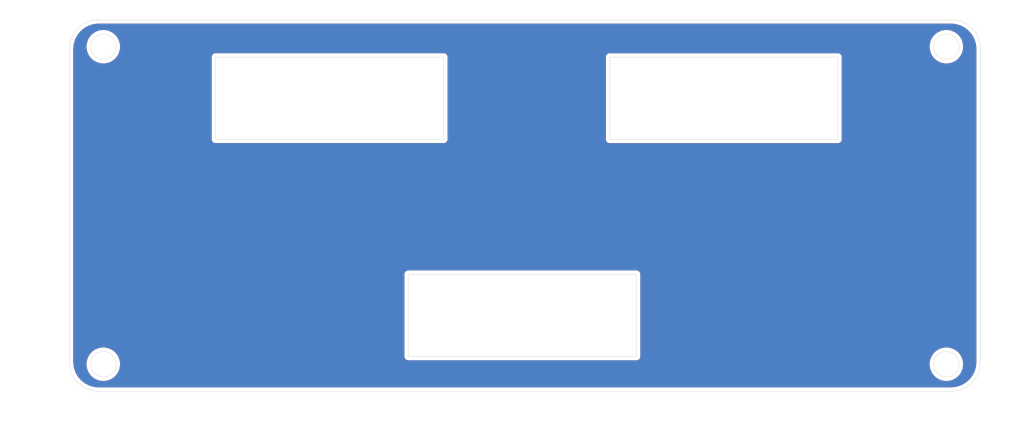
<source format=kicad_pcb>
(kicad_pcb (version 20171130) (host pcbnew "(5.1.9)-1")

  (general
    (thickness 1.6)
    (drawings 24)
    (tracks 0)
    (zones 0)
    (modules 0)
    (nets 1)
  )

  (page A4)
  (layers
    (0 F.Cu signal)
    (31 B.Cu signal)
    (32 B.Adhes user)
    (33 F.Adhes user)
    (34 B.Paste user)
    (35 F.Paste user)
    (36 B.SilkS user)
    (37 F.SilkS user)
    (38 B.Mask user)
    (39 F.Mask user)
    (40 Dwgs.User user)
    (41 Cmts.User user)
    (42 Eco1.User user)
    (43 Eco2.User user)
    (44 Edge.Cuts user)
    (45 Margin user)
    (46 B.CrtYd user)
    (47 F.CrtYd user)
    (48 B.Fab user)
    (49 F.Fab user)
  )

  (setup
    (last_trace_width 0.25)
    (trace_clearance 0.2)
    (zone_clearance 0.508)
    (zone_45_only no)
    (trace_min 0.2)
    (via_size 0.8)
    (via_drill 0.4)
    (via_min_size 0.4)
    (via_min_drill 0.3)
    (uvia_size 0.3)
    (uvia_drill 0.1)
    (uvias_allowed no)
    (uvia_min_size 0.2)
    (uvia_min_drill 0.1)
    (edge_width 0.05)
    (segment_width 0.2)
    (pcb_text_width 0.3)
    (pcb_text_size 1.5 1.5)
    (mod_edge_width 0.12)
    (mod_text_size 1 1)
    (mod_text_width 0.15)
    (pad_size 1.524 1.524)
    (pad_drill 0.762)
    (pad_to_mask_clearance 0)
    (aux_axis_origin 0 0)
    (visible_elements 7FFFFFFF)
    (pcbplotparams
      (layerselection 0x010fc_ffffffff)
      (usegerberextensions false)
      (usegerberattributes true)
      (usegerberadvancedattributes true)
      (creategerberjobfile true)
      (excludeedgelayer true)
      (linewidth 0.100000)
      (plotframeref false)
      (viasonmask false)
      (mode 1)
      (useauxorigin false)
      (hpglpennumber 1)
      (hpglpenspeed 20)
      (hpglpendiameter 15.000000)
      (psnegative false)
      (psa4output false)
      (plotreference true)
      (plotvalue true)
      (plotinvisibletext false)
      (padsonsilk false)
      (subtractmaskfromsilk false)
      (outputformat 1)
      (mirror false)
      (drillshape 0)
      (scaleselection 1)
      (outputdirectory "Gerber/"))
  )

  (net 0 "")

  (net_class Default "This is the default net class."
    (clearance 0.2)
    (trace_width 0.25)
    (via_dia 0.8)
    (via_drill 0.4)
    (uvia_dia 0.3)
    (uvia_drill 0.1)
  )

  (gr_line (start 46.44 34.88) (end 77.69 34.88) (layer Edge.Cuts) (width 0.05) (tstamp 61DCF60F))
  (gr_line (start 77.69 34.88) (end 77.69 46.13) (layer Edge.Cuts) (width 0.05) (tstamp 61DCF60E))
  (gr_line (start 46.44 46.13) (end 77.69 46.13) (layer Edge.Cuts) (width 0.05) (tstamp 61DCF60D))
  (gr_line (start 46.44 34.88) (end 46.44 46.13) (layer Edge.Cuts) (width 0.05) (tstamp 61DCF60C))
  (gr_line (start 74.03 5.13) (end 105.28 5.13) (layer Edge.Cuts) (width 0.05) (tstamp 61DCF60F))
  (gr_line (start 105.28 5.13) (end 105.28 16.38) (layer Edge.Cuts) (width 0.05) (tstamp 61DCF60E))
  (gr_line (start 74.03 16.38) (end 105.28 16.38) (layer Edge.Cuts) (width 0.05) (tstamp 61DCF60D))
  (gr_line (start 74.03 5.13) (end 74.03 16.38) (layer Edge.Cuts) (width 0.05) (tstamp 61DCF60C))
  (gr_circle (center 120.15 47.2) (end 121.9 47.2) (layer Edge.Cuts) (width 0.05) (tstamp 61DC9B4D))
  (gr_circle (center 120.15 3.7) (end 121.9 3.7) (layer Edge.Cuts) (width 0.05) (tstamp 61DC9B4C))
  (gr_circle (center 4.65 47.2) (end 6.4 47.2) (layer Edge.Cuts) (width 0.05) (tstamp 61DC9B4B))
  (gr_circle (center 4.65 3.7) (end 6.4 3.7) (layer Edge.Cuts) (width 0.05) (tstamp 61DC9B4A))
  (gr_arc (start 4 46.9) (end 0 47) (angle -90) (layer Edge.Cuts) (width 0.05) (tstamp 61DC9B49))
  (gr_line (start 0 4) (end 0 47) (layer Edge.Cuts) (width 0.05) (tstamp 61DC9B48))
  (gr_arc (start 120.8 4) (end 124.8 4) (angle -90) (layer Edge.Cuts) (width 0.05) (tstamp 61DC9B47))
  (gr_line (start 4 0) (end 120.8 0) (layer Edge.Cuts) (width 0.05) (tstamp 61DC9B46))
  (gr_line (start 124.8 46.9) (end 124.8 4) (layer Edge.Cuts) (width 0.05) (tstamp 61DC9B45))
  (gr_line (start 4.1 50.9) (end 120.8 50.9) (layer Edge.Cuts) (width 0.05) (tstamp 61DC9B44))
  (gr_line (start 51.28 5.12) (end 51.28 16.37) (layer Edge.Cuts) (width 0.05) (tstamp 61DC9B43))
  (gr_arc (start 4 4) (end 4 0) (angle -90) (layer Edge.Cuts) (width 0.05) (tstamp 61DC9B42))
  (gr_line (start 20.03 5.12) (end 20.03 16.37) (layer Edge.Cuts) (width 0.05) (tstamp 61DC9B41))
  (gr_line (start 20.03 16.37) (end 51.28 16.37) (layer Edge.Cuts) (width 0.05) (tstamp 61DC9B40))
  (gr_line (start 20.03 5.12) (end 51.28 5.12) (layer Edge.Cuts) (width 0.05) (tstamp 61DC9B3F))
  (gr_arc (start 120.8 46.9) (end 120.8 50.9) (angle -90) (layer Edge.Cuts) (width 0.05) (tstamp 61DC9B3E))

  (zone (net 0) (net_name "") (layer F.Cu) (tstamp 0) (hatch edge 0.508)
    (connect_pads (clearance 0.508))
    (min_thickness 0.254)
    (fill yes (arc_segments 32) (thermal_gap 0.508) (thermal_bridge_width 0.508))
    (polygon
      (pts
        (xy 130.8 56.1) (xy -9.5 56.1) (xy -2.5 -2.7) (xy 130.8 -2.7)
      )
    )
    (filled_polygon
      (pts
        (xy 121.448126 0.726714) (xy 122.071572 0.914943) (xy 122.646579 1.220681) (xy 123.151247 1.632279) (xy 123.566362 2.134067)
        (xy 123.876105 2.706924) (xy 124.068682 3.329039) (xy 124.140001 4.007594) (xy 124.14 46.867721) (xy 124.073286 47.548126)
        (xy 123.885057 48.17157) (xy 123.579323 48.746573) (xy 123.167721 49.251248) (xy 122.665933 49.666362) (xy 122.093077 49.976104)
        (xy 121.470961 50.168682) (xy 120.792417 50.24) (xy 4.124022 50.24) (xy 3.433667 50.189692) (xy 2.805481 50.017039)
        (xy 2.2228 49.725663) (xy 1.707804 49.326653) (xy 1.280117 48.835211) (xy 0.956032 48.270063) (xy 0.747891 47.652728)
        (xy 0.66 46.978957) (xy 0.66 46.961818) (xy 2.231701 46.961818) (xy 2.231701 47.438182) (xy 2.324635 47.905392)
        (xy 2.506931 48.345494) (xy 2.771585 48.741576) (xy 3.108424 49.078415) (xy 3.504506 49.343069) (xy 3.944608 49.525365)
        (xy 4.411818 49.618299) (xy 4.888182 49.618299) (xy 5.355392 49.525365) (xy 5.795494 49.343069) (xy 6.191576 49.078415)
        (xy 6.528415 48.741576) (xy 6.793069 48.345494) (xy 6.975365 47.905392) (xy 7.068299 47.438182) (xy 7.068299 46.961818)
        (xy 117.731701 46.961818) (xy 117.731701 47.438182) (xy 117.824635 47.905392) (xy 118.006931 48.345494) (xy 118.271585 48.741576)
        (xy 118.608424 49.078415) (xy 119.004506 49.343069) (xy 119.444608 49.525365) (xy 119.911818 49.618299) (xy 120.388182 49.618299)
        (xy 120.855392 49.525365) (xy 121.295494 49.343069) (xy 121.691576 49.078415) (xy 122.028415 48.741576) (xy 122.293069 48.345494)
        (xy 122.475365 47.905392) (xy 122.568299 47.438182) (xy 122.568299 46.961818) (xy 122.475365 46.494608) (xy 122.293069 46.054506)
        (xy 122.028415 45.658424) (xy 121.691576 45.321585) (xy 121.295494 45.056931) (xy 120.855392 44.874635) (xy 120.388182 44.781701)
        (xy 119.911818 44.781701) (xy 119.444608 44.874635) (xy 119.004506 45.056931) (xy 118.608424 45.321585) (xy 118.271585 45.658424)
        (xy 118.006931 46.054506) (xy 117.824635 46.494608) (xy 117.731701 46.961818) (xy 7.068299 46.961818) (xy 6.975365 46.494608)
        (xy 6.793069 46.054506) (xy 6.528415 45.658424) (xy 6.191576 45.321585) (xy 5.795494 45.056931) (xy 5.355392 44.874635)
        (xy 4.888182 44.781701) (xy 4.411818 44.781701) (xy 3.944608 44.874635) (xy 3.504506 45.056931) (xy 3.108424 45.321585)
        (xy 2.771585 45.658424) (xy 2.506931 46.054506) (xy 2.324635 46.494608) (xy 2.231701 46.961818) (xy 0.66 46.961818)
        (xy 0.66 34.88) (xy 45.776807 34.88) (xy 45.78 34.912419) (xy 45.780001 46.097571) (xy 45.776807 46.13)
        (xy 45.78955 46.259383) (xy 45.82729 46.383793) (xy 45.888575 46.49845) (xy 45.971052 46.598948) (xy 46.07155 46.681425)
        (xy 46.186207 46.74271) (xy 46.310617 46.78045) (xy 46.407581 46.79) (xy 46.44 46.793193) (xy 46.472419 46.79)
        (xy 77.657581 46.79) (xy 77.69 46.793193) (xy 77.722419 46.79) (xy 77.819383 46.78045) (xy 77.943793 46.74271)
        (xy 78.05845 46.681425) (xy 78.158948 46.598948) (xy 78.241425 46.49845) (xy 78.30271 46.383793) (xy 78.34045 46.259383)
        (xy 78.353193 46.13) (xy 78.35 46.097581) (xy 78.35 34.912419) (xy 78.353193 34.88) (xy 78.34045 34.750617)
        (xy 78.30271 34.626207) (xy 78.241425 34.51155) (xy 78.158948 34.411052) (xy 78.05845 34.328575) (xy 77.943793 34.26729)
        (xy 77.819383 34.22955) (xy 77.722419 34.22) (xy 77.69 34.216807) (xy 77.657581 34.22) (xy 46.472419 34.22)
        (xy 46.44 34.216807) (xy 46.407581 34.22) (xy 46.310617 34.22955) (xy 46.186207 34.26729) (xy 46.07155 34.328575)
        (xy 45.971052 34.411052) (xy 45.888575 34.51155) (xy 45.82729 34.626207) (xy 45.78955 34.750617) (xy 45.776807 34.88)
        (xy 0.66 34.88) (xy 0.66 4.032278) (xy 0.715933 3.461818) (xy 2.231701 3.461818) (xy 2.231701 3.938182)
        (xy 2.324635 4.405392) (xy 2.506931 4.845494) (xy 2.771585 5.241576) (xy 3.108424 5.578415) (xy 3.504506 5.843069)
        (xy 3.944608 6.025365) (xy 4.411818 6.118299) (xy 4.888182 6.118299) (xy 5.355392 6.025365) (xy 5.795494 5.843069)
        (xy 6.191576 5.578415) (xy 6.528415 5.241576) (xy 6.609649 5.12) (xy 19.366807 5.12) (xy 19.37 5.152419)
        (xy 19.370001 16.337571) (xy 19.366807 16.37) (xy 19.37955 16.499383) (xy 19.41729 16.623793) (xy 19.478575 16.73845)
        (xy 19.561052 16.838948) (xy 19.66155 16.921425) (xy 19.776207 16.98271) (xy 19.900617 17.02045) (xy 19.997581 17.03)
        (xy 20.03 17.033193) (xy 20.062419 17.03) (xy 51.247581 17.03) (xy 51.28 17.033193) (xy 51.312419 17.03)
        (xy 51.409383 17.02045) (xy 51.533793 16.98271) (xy 51.64845 16.921425) (xy 51.748948 16.838948) (xy 51.831425 16.73845)
        (xy 51.89271 16.623793) (xy 51.93045 16.499383) (xy 51.943193 16.37) (xy 51.94 16.337581) (xy 51.94 5.152419)
        (xy 51.942208 5.13) (xy 73.366807 5.13) (xy 73.37 5.162419) (xy 73.370001 16.347571) (xy 73.366807 16.38)
        (xy 73.37955 16.509383) (xy 73.41729 16.633793) (xy 73.478575 16.74845) (xy 73.561052 16.848948) (xy 73.66155 16.931425)
        (xy 73.776207 16.99271) (xy 73.900617 17.03045) (xy 73.997581 17.04) (xy 74.03 17.043193) (xy 74.062419 17.04)
        (xy 105.247581 17.04) (xy 105.28 17.043193) (xy 105.312419 17.04) (xy 105.409383 17.03045) (xy 105.533793 16.99271)
        (xy 105.64845 16.931425) (xy 105.748948 16.848948) (xy 105.831425 16.74845) (xy 105.89271 16.633793) (xy 105.93045 16.509383)
        (xy 105.943193 16.38) (xy 105.94 16.347581) (xy 105.94 5.162419) (xy 105.943193 5.13) (xy 105.93045 5.000617)
        (xy 105.89271 4.876207) (xy 105.831425 4.76155) (xy 105.748948 4.661052) (xy 105.64845 4.578575) (xy 105.533793 4.51729)
        (xy 105.409383 4.47955) (xy 105.312419 4.47) (xy 105.28 4.466807) (xy 105.247581 4.47) (xy 74.062419 4.47)
        (xy 74.03 4.466807) (xy 73.997581 4.47) (xy 73.900617 4.47955) (xy 73.776207 4.51729) (xy 73.66155 4.578575)
        (xy 73.561052 4.661052) (xy 73.478575 4.76155) (xy 73.41729 4.876207) (xy 73.37955 5.000617) (xy 73.366807 5.13)
        (xy 51.942208 5.13) (xy 51.943193 5.12) (xy 51.93045 4.990617) (xy 51.89271 4.866207) (xy 51.831425 4.75155)
        (xy 51.748948 4.651052) (xy 51.64845 4.568575) (xy 51.533793 4.50729) (xy 51.409383 4.46955) (xy 51.312419 4.46)
        (xy 51.28 4.456807) (xy 51.247581 4.46) (xy 20.062419 4.46) (xy 20.03 4.456807) (xy 19.928467 4.466807)
        (xy 19.900617 4.46955) (xy 19.776207 4.50729) (xy 19.66155 4.568575) (xy 19.561052 4.651052) (xy 19.478575 4.75155)
        (xy 19.41729 4.866207) (xy 19.37955 4.990617) (xy 19.366807 5.12) (xy 6.609649 5.12) (xy 6.793069 4.845494)
        (xy 6.975365 4.405392) (xy 7.068299 3.938182) (xy 7.068299 3.461818) (xy 117.731701 3.461818) (xy 117.731701 3.938182)
        (xy 117.824635 4.405392) (xy 118.006931 4.845494) (xy 118.271585 5.241576) (xy 118.608424 5.578415) (xy 119.004506 5.843069)
        (xy 119.444608 6.025365) (xy 119.911818 6.118299) (xy 120.388182 6.118299) (xy 120.855392 6.025365) (xy 121.295494 5.843069)
        (xy 121.691576 5.578415) (xy 122.028415 5.241576) (xy 122.293069 4.845494) (xy 122.475365 4.405392) (xy 122.568299 3.938182)
        (xy 122.568299 3.461818) (xy 122.475365 2.994608) (xy 122.293069 2.554506) (xy 122.028415 2.158424) (xy 121.691576 1.821585)
        (xy 121.295494 1.556931) (xy 120.855392 1.374635) (xy 120.388182 1.281701) (xy 119.911818 1.281701) (xy 119.444608 1.374635)
        (xy 119.004506 1.556931) (xy 118.608424 1.821585) (xy 118.271585 2.158424) (xy 118.006931 2.554506) (xy 117.824635 2.994608)
        (xy 117.731701 3.461818) (xy 7.068299 3.461818) (xy 6.975365 2.994608) (xy 6.793069 2.554506) (xy 6.528415 2.158424)
        (xy 6.191576 1.821585) (xy 5.795494 1.556931) (xy 5.355392 1.374635) (xy 4.888182 1.281701) (xy 4.411818 1.281701)
        (xy 3.944608 1.374635) (xy 3.504506 1.556931) (xy 3.108424 1.821585) (xy 2.771585 2.158424) (xy 2.506931 2.554506)
        (xy 2.324635 2.994608) (xy 2.231701 3.461818) (xy 0.715933 3.461818) (xy 0.726714 3.351874) (xy 0.914943 2.728428)
        (xy 1.220681 2.153421) (xy 1.632279 1.648753) (xy 2.134067 1.233638) (xy 2.706924 0.923895) (xy 3.329039 0.731318)
        (xy 4.007584 0.66) (xy 120.767722 0.66)
      )
    )
  )
  (zone (net 0) (net_name "") (layer B.Cu) (tstamp 0) (hatch edge 0.508)
    (connect_pads (clearance 0.508))
    (min_thickness 0.254)
    (fill yes (arc_segments 32) (thermal_gap 0.508) (thermal_bridge_width 0.508))
    (polygon
      (pts
        (xy 130.8 57.3) (xy -6.3 57.3) (xy -5 -2.5) (xy 130.8 -2.5)
      )
    )
    (filled_polygon
      (pts
        (xy 121.448126 0.726714) (xy 122.071572 0.914943) (xy 122.646579 1.220681) (xy 123.151247 1.632279) (xy 123.566362 2.134067)
        (xy 123.876105 2.706924) (xy 124.068682 3.329039) (xy 124.140001 4.007594) (xy 124.14 46.867721) (xy 124.073286 47.548126)
        (xy 123.885057 48.17157) (xy 123.579323 48.746573) (xy 123.167721 49.251248) (xy 122.665933 49.666362) (xy 122.093077 49.976104)
        (xy 121.470961 50.168682) (xy 120.792417 50.24) (xy 4.124022 50.24) (xy 3.433667 50.189692) (xy 2.805481 50.017039)
        (xy 2.2228 49.725663) (xy 1.707804 49.326653) (xy 1.280117 48.835211) (xy 0.956032 48.270063) (xy 0.747891 47.652728)
        (xy 0.66 46.978957) (xy 0.66 46.961818) (xy 2.231701 46.961818) (xy 2.231701 47.438182) (xy 2.324635 47.905392)
        (xy 2.506931 48.345494) (xy 2.771585 48.741576) (xy 3.108424 49.078415) (xy 3.504506 49.343069) (xy 3.944608 49.525365)
        (xy 4.411818 49.618299) (xy 4.888182 49.618299) (xy 5.355392 49.525365) (xy 5.795494 49.343069) (xy 6.191576 49.078415)
        (xy 6.528415 48.741576) (xy 6.793069 48.345494) (xy 6.975365 47.905392) (xy 7.068299 47.438182) (xy 7.068299 46.961818)
        (xy 117.731701 46.961818) (xy 117.731701 47.438182) (xy 117.824635 47.905392) (xy 118.006931 48.345494) (xy 118.271585 48.741576)
        (xy 118.608424 49.078415) (xy 119.004506 49.343069) (xy 119.444608 49.525365) (xy 119.911818 49.618299) (xy 120.388182 49.618299)
        (xy 120.855392 49.525365) (xy 121.295494 49.343069) (xy 121.691576 49.078415) (xy 122.028415 48.741576) (xy 122.293069 48.345494)
        (xy 122.475365 47.905392) (xy 122.568299 47.438182) (xy 122.568299 46.961818) (xy 122.475365 46.494608) (xy 122.293069 46.054506)
        (xy 122.028415 45.658424) (xy 121.691576 45.321585) (xy 121.295494 45.056931) (xy 120.855392 44.874635) (xy 120.388182 44.781701)
        (xy 119.911818 44.781701) (xy 119.444608 44.874635) (xy 119.004506 45.056931) (xy 118.608424 45.321585) (xy 118.271585 45.658424)
        (xy 118.006931 46.054506) (xy 117.824635 46.494608) (xy 117.731701 46.961818) (xy 7.068299 46.961818) (xy 6.975365 46.494608)
        (xy 6.793069 46.054506) (xy 6.528415 45.658424) (xy 6.191576 45.321585) (xy 5.795494 45.056931) (xy 5.355392 44.874635)
        (xy 4.888182 44.781701) (xy 4.411818 44.781701) (xy 3.944608 44.874635) (xy 3.504506 45.056931) (xy 3.108424 45.321585)
        (xy 2.771585 45.658424) (xy 2.506931 46.054506) (xy 2.324635 46.494608) (xy 2.231701 46.961818) (xy 0.66 46.961818)
        (xy 0.66 34.88) (xy 45.776807 34.88) (xy 45.78 34.912419) (xy 45.780001 46.097571) (xy 45.776807 46.13)
        (xy 45.78955 46.259383) (xy 45.82729 46.383793) (xy 45.888575 46.49845) (xy 45.971052 46.598948) (xy 46.07155 46.681425)
        (xy 46.186207 46.74271) (xy 46.310617 46.78045) (xy 46.407581 46.79) (xy 46.44 46.793193) (xy 46.472419 46.79)
        (xy 77.657581 46.79) (xy 77.69 46.793193) (xy 77.722419 46.79) (xy 77.819383 46.78045) (xy 77.943793 46.74271)
        (xy 78.05845 46.681425) (xy 78.158948 46.598948) (xy 78.241425 46.49845) (xy 78.30271 46.383793) (xy 78.34045 46.259383)
        (xy 78.353193 46.13) (xy 78.35 46.097581) (xy 78.35 34.912419) (xy 78.353193 34.88) (xy 78.34045 34.750617)
        (xy 78.30271 34.626207) (xy 78.241425 34.51155) (xy 78.158948 34.411052) (xy 78.05845 34.328575) (xy 77.943793 34.26729)
        (xy 77.819383 34.22955) (xy 77.722419 34.22) (xy 77.69 34.216807) (xy 77.657581 34.22) (xy 46.472419 34.22)
        (xy 46.44 34.216807) (xy 46.407581 34.22) (xy 46.310617 34.22955) (xy 46.186207 34.26729) (xy 46.07155 34.328575)
        (xy 45.971052 34.411052) (xy 45.888575 34.51155) (xy 45.82729 34.626207) (xy 45.78955 34.750617) (xy 45.776807 34.88)
        (xy 0.66 34.88) (xy 0.66 4.032278) (xy 0.715933 3.461818) (xy 2.231701 3.461818) (xy 2.231701 3.938182)
        (xy 2.324635 4.405392) (xy 2.506931 4.845494) (xy 2.771585 5.241576) (xy 3.108424 5.578415) (xy 3.504506 5.843069)
        (xy 3.944608 6.025365) (xy 4.411818 6.118299) (xy 4.888182 6.118299) (xy 5.355392 6.025365) (xy 5.795494 5.843069)
        (xy 6.191576 5.578415) (xy 6.528415 5.241576) (xy 6.609649 5.12) (xy 19.366807 5.12) (xy 19.37 5.152419)
        (xy 19.370001 16.337571) (xy 19.366807 16.37) (xy 19.37955 16.499383) (xy 19.41729 16.623793) (xy 19.478575 16.73845)
        (xy 19.561052 16.838948) (xy 19.66155 16.921425) (xy 19.776207 16.98271) (xy 19.900617 17.02045) (xy 19.997581 17.03)
        (xy 20.03 17.033193) (xy 20.062419 17.03) (xy 51.247581 17.03) (xy 51.28 17.033193) (xy 51.312419 17.03)
        (xy 51.409383 17.02045) (xy 51.533793 16.98271) (xy 51.64845 16.921425) (xy 51.748948 16.838948) (xy 51.831425 16.73845)
        (xy 51.89271 16.623793) (xy 51.93045 16.499383) (xy 51.943193 16.37) (xy 51.94 16.337581) (xy 51.94 5.152419)
        (xy 51.942208 5.13) (xy 73.366807 5.13) (xy 73.37 5.162419) (xy 73.370001 16.347571) (xy 73.366807 16.38)
        (xy 73.37955 16.509383) (xy 73.41729 16.633793) (xy 73.478575 16.74845) (xy 73.561052 16.848948) (xy 73.66155 16.931425)
        (xy 73.776207 16.99271) (xy 73.900617 17.03045) (xy 73.997581 17.04) (xy 74.03 17.043193) (xy 74.062419 17.04)
        (xy 105.247581 17.04) (xy 105.28 17.043193) (xy 105.312419 17.04) (xy 105.409383 17.03045) (xy 105.533793 16.99271)
        (xy 105.64845 16.931425) (xy 105.748948 16.848948) (xy 105.831425 16.74845) (xy 105.89271 16.633793) (xy 105.93045 16.509383)
        (xy 105.943193 16.38) (xy 105.94 16.347581) (xy 105.94 5.162419) (xy 105.943193 5.13) (xy 105.93045 5.000617)
        (xy 105.89271 4.876207) (xy 105.831425 4.76155) (xy 105.748948 4.661052) (xy 105.64845 4.578575) (xy 105.533793 4.51729)
        (xy 105.409383 4.47955) (xy 105.312419 4.47) (xy 105.28 4.466807) (xy 105.247581 4.47) (xy 74.062419 4.47)
        (xy 74.03 4.466807) (xy 73.997581 4.47) (xy 73.900617 4.47955) (xy 73.776207 4.51729) (xy 73.66155 4.578575)
        (xy 73.561052 4.661052) (xy 73.478575 4.76155) (xy 73.41729 4.876207) (xy 73.37955 5.000617) (xy 73.366807 5.13)
        (xy 51.942208 5.13) (xy 51.943193 5.12) (xy 51.93045 4.990617) (xy 51.89271 4.866207) (xy 51.831425 4.75155)
        (xy 51.748948 4.651052) (xy 51.64845 4.568575) (xy 51.533793 4.50729) (xy 51.409383 4.46955) (xy 51.312419 4.46)
        (xy 51.28 4.456807) (xy 51.247581 4.46) (xy 20.062419 4.46) (xy 20.03 4.456807) (xy 19.928467 4.466807)
        (xy 19.900617 4.46955) (xy 19.776207 4.50729) (xy 19.66155 4.568575) (xy 19.561052 4.651052) (xy 19.478575 4.75155)
        (xy 19.41729 4.866207) (xy 19.37955 4.990617) (xy 19.366807 5.12) (xy 6.609649 5.12) (xy 6.793069 4.845494)
        (xy 6.975365 4.405392) (xy 7.068299 3.938182) (xy 7.068299 3.461818) (xy 117.731701 3.461818) (xy 117.731701 3.938182)
        (xy 117.824635 4.405392) (xy 118.006931 4.845494) (xy 118.271585 5.241576) (xy 118.608424 5.578415) (xy 119.004506 5.843069)
        (xy 119.444608 6.025365) (xy 119.911818 6.118299) (xy 120.388182 6.118299) (xy 120.855392 6.025365) (xy 121.295494 5.843069)
        (xy 121.691576 5.578415) (xy 122.028415 5.241576) (xy 122.293069 4.845494) (xy 122.475365 4.405392) (xy 122.568299 3.938182)
        (xy 122.568299 3.461818) (xy 122.475365 2.994608) (xy 122.293069 2.554506) (xy 122.028415 2.158424) (xy 121.691576 1.821585)
        (xy 121.295494 1.556931) (xy 120.855392 1.374635) (xy 120.388182 1.281701) (xy 119.911818 1.281701) (xy 119.444608 1.374635)
        (xy 119.004506 1.556931) (xy 118.608424 1.821585) (xy 118.271585 2.158424) (xy 118.006931 2.554506) (xy 117.824635 2.994608)
        (xy 117.731701 3.461818) (xy 7.068299 3.461818) (xy 6.975365 2.994608) (xy 6.793069 2.554506) (xy 6.528415 2.158424)
        (xy 6.191576 1.821585) (xy 5.795494 1.556931) (xy 5.355392 1.374635) (xy 4.888182 1.281701) (xy 4.411818 1.281701)
        (xy 3.944608 1.374635) (xy 3.504506 1.556931) (xy 3.108424 1.821585) (xy 2.771585 2.158424) (xy 2.506931 2.554506)
        (xy 2.324635 2.994608) (xy 2.231701 3.461818) (xy 0.715933 3.461818) (xy 0.726714 3.351874) (xy 0.914943 2.728428)
        (xy 1.220681 2.153421) (xy 1.632279 1.648753) (xy 2.134067 1.233638) (xy 2.706924 0.923895) (xy 3.329039 0.731318)
        (xy 4.007584 0.66) (xy 120.767722 0.66)
      )
    )
  )
)

</source>
